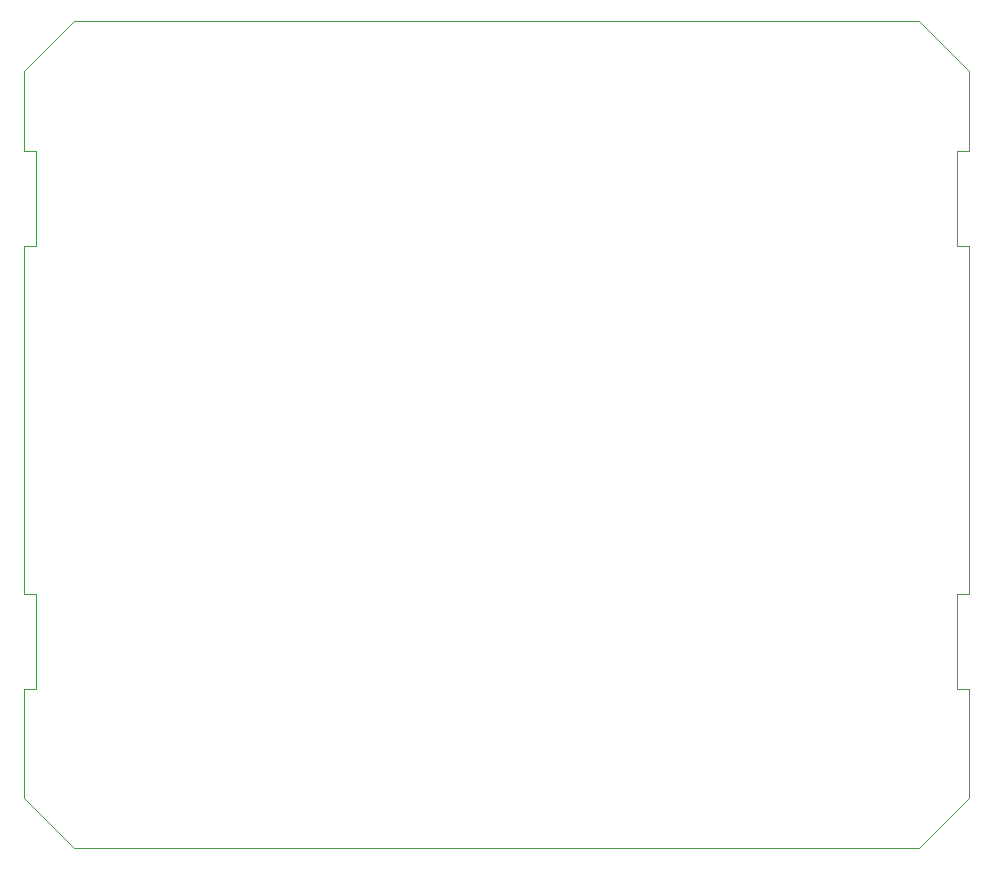
<source format=gm1>
G04 #@! TF.GenerationSoftware,KiCad,Pcbnew,(6.0.10)*
G04 #@! TF.CreationDate,2023-06-17T10:05:04+02:00*
G04 #@! TF.ProjectId,Zaehler-Modul,5a616568-6c65-4722-9d4d-6f64756c2e6b,rev?*
G04 #@! TF.SameCoordinates,Original*
G04 #@! TF.FileFunction,Profile,NP*
%FSLAX46Y46*%
G04 Gerber Fmt 4.6, Leading zero omitted, Abs format (unit mm)*
G04 Created by KiCad (PCBNEW (6.0.10)) date 2023-06-17 10:05:04*
%MOMM*%
%LPD*%
G01*
G04 APERTURE LIST*
G04 #@! TA.AperFunction,Profile*
%ADD10C,0.050000*%
G04 #@! TD*
G04 APERTURE END LIST*
D10*
X105000000Y-41500000D02*
X105000000Y-68500000D01*
X105000000Y-24250000D02*
X105000000Y-31000000D01*
X104000000Y-31000000D02*
X104000000Y-39000000D01*
X25000000Y-31000000D02*
X26000000Y-31000000D01*
X104000000Y-76500000D02*
X104000000Y-68500000D01*
X105000000Y-39000000D02*
X105000000Y-41500000D01*
X105000000Y-76500000D02*
X105000000Y-85750000D01*
X25000000Y-68500000D02*
X25000000Y-41500000D01*
X26000000Y-39000000D02*
X25000000Y-39000000D01*
X26000000Y-76500000D02*
X25000000Y-76500000D01*
X104000000Y-68500000D02*
X105000000Y-68500000D01*
X100750000Y-20000000D02*
X105000000Y-24250000D01*
X25000000Y-85750000D02*
X29250000Y-90000000D01*
X25000000Y-85750000D02*
X25000000Y-76500000D01*
X105000000Y-76500000D02*
X104000000Y-76500000D01*
X25000000Y-24250000D02*
X25000000Y-31000000D01*
X100750000Y-90000000D02*
X105000000Y-85750000D01*
X26000000Y-68500000D02*
X26000000Y-76500000D01*
X104000000Y-39000000D02*
X105000000Y-39000000D01*
X26000000Y-31000000D02*
X26000000Y-39000000D01*
X100750000Y-90000000D02*
X29250000Y-90000000D01*
X25000000Y-24250000D02*
X29250000Y-20000000D01*
X25000000Y-39000000D02*
X25000000Y-41500000D01*
X25000000Y-68500000D02*
X26000000Y-68500000D01*
X105000000Y-31000000D02*
X104000000Y-31000000D01*
X29250000Y-20000000D02*
X100750000Y-20000000D01*
M02*

</source>
